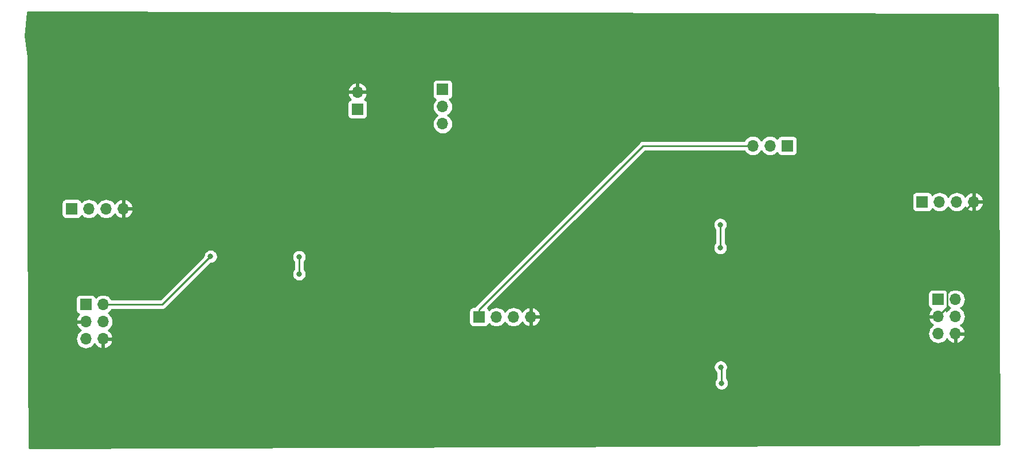
<source format=gbr>
G04 #@! TF.GenerationSoftware,KiCad,Pcbnew,(5.1.2-1)-1*
G04 #@! TF.CreationDate,2021-03-06T08:10:20-07:00*
G04 #@! TF.ProjectId,audio_quad_minimal,61756469-6f5f-4717-9561-645f6d696e69,rev?*
G04 #@! TF.SameCoordinates,Original*
G04 #@! TF.FileFunction,Copper,L2,Bot*
G04 #@! TF.FilePolarity,Positive*
%FSLAX46Y46*%
G04 Gerber Fmt 4.6, Leading zero omitted, Abs format (unit mm)*
G04 Created by KiCad (PCBNEW (5.1.2-1)-1) date 2021-03-06 08:10:20*
%MOMM*%
%LPD*%
G04 APERTURE LIST*
%ADD10O,1.700000X1.700000*%
%ADD11R,1.700000X1.700000*%
%ADD12C,0.800000*%
%ADD13C,0.250000*%
%ADD14C,0.254000*%
G04 APERTURE END LIST*
D10*
X148399500Y-66611500D03*
X150939500Y-66611500D03*
D11*
X153479500Y-66611500D03*
D10*
X102552500Y-63373000D03*
X102552500Y-60833000D03*
D11*
X102552500Y-58293000D03*
D10*
X178308000Y-94424500D03*
X175768000Y-94424500D03*
X178308000Y-91884500D03*
X175768000Y-91884500D03*
X178308000Y-89344500D03*
D11*
X175768000Y-89344500D03*
D10*
X52387500Y-95186500D03*
X49847500Y-95186500D03*
X52387500Y-92646500D03*
X49847500Y-92646500D03*
X52387500Y-90106500D03*
D11*
X49847500Y-90106500D03*
D10*
X115570000Y-91948000D03*
X113030000Y-91948000D03*
X110490000Y-91948000D03*
D11*
X107950000Y-91948000D03*
D10*
X181038500Y-74930000D03*
X178498500Y-74930000D03*
X175958500Y-74930000D03*
D11*
X173418500Y-74930000D03*
D10*
X55372000Y-75946000D03*
X52832000Y-75946000D03*
X50292000Y-75946000D03*
D11*
X47752000Y-75946000D03*
D10*
X89979500Y-58674000D03*
D11*
X89979500Y-61214000D03*
D12*
X81343500Y-83058000D03*
X81343500Y-85598000D03*
X143764000Y-101753500D03*
X143637000Y-99377500D03*
X143573500Y-81724500D03*
X143573500Y-78295500D03*
X68262500Y-82994500D03*
D13*
X176617999Y-91034501D02*
X175768000Y-91884500D01*
X177132999Y-90519501D02*
X176617999Y-91034501D01*
X177132999Y-78835501D02*
X177132999Y-90519501D01*
X181038500Y-74930000D02*
X177132999Y-78835501D01*
X81343500Y-83058000D02*
X81343500Y-85598000D01*
X143764000Y-99504500D02*
X143637000Y-99377500D01*
X143764000Y-101753500D02*
X143764000Y-99504500D01*
X143573500Y-81724500D02*
X143573500Y-78295500D01*
X107950000Y-90848000D02*
X107950000Y-91948000D01*
X132186500Y-66611500D02*
X107950000Y-90848000D01*
X148399500Y-66611500D02*
X132186500Y-66611500D01*
X61150500Y-90106500D02*
X52387500Y-90106500D01*
X68262500Y-82994500D02*
X61150500Y-90106500D01*
D14*
G36*
X184531503Y-47180166D02*
G01*
X184784496Y-110808007D01*
X41465082Y-111378495D01*
X41425358Y-99275561D01*
X142602000Y-99275561D01*
X142602000Y-99479439D01*
X142641774Y-99679398D01*
X142719795Y-99867756D01*
X142833063Y-100037274D01*
X142977226Y-100181437D01*
X143004001Y-100199327D01*
X143004000Y-101049789D01*
X142960063Y-101093726D01*
X142846795Y-101263244D01*
X142768774Y-101451602D01*
X142729000Y-101651561D01*
X142729000Y-101855439D01*
X142768774Y-102055398D01*
X142846795Y-102243756D01*
X142960063Y-102413274D01*
X143104226Y-102557437D01*
X143273744Y-102670705D01*
X143462102Y-102748726D01*
X143662061Y-102788500D01*
X143865939Y-102788500D01*
X144065898Y-102748726D01*
X144254256Y-102670705D01*
X144423774Y-102557437D01*
X144567937Y-102413274D01*
X144681205Y-102243756D01*
X144759226Y-102055398D01*
X144799000Y-101855439D01*
X144799000Y-101651561D01*
X144759226Y-101451602D01*
X144681205Y-101263244D01*
X144567937Y-101093726D01*
X144524000Y-101049789D01*
X144524000Y-99912961D01*
X144554205Y-99867756D01*
X144632226Y-99679398D01*
X144672000Y-99479439D01*
X144672000Y-99275561D01*
X144632226Y-99075602D01*
X144554205Y-98887244D01*
X144440937Y-98717726D01*
X144296774Y-98573563D01*
X144127256Y-98460295D01*
X143938898Y-98382274D01*
X143738939Y-98342500D01*
X143535061Y-98342500D01*
X143335102Y-98382274D01*
X143146744Y-98460295D01*
X142977226Y-98573563D01*
X142833063Y-98717726D01*
X142719795Y-98887244D01*
X142641774Y-99075602D01*
X142602000Y-99275561D01*
X41425358Y-99275561D01*
X41411936Y-95186500D01*
X48355315Y-95186500D01*
X48383987Y-95477611D01*
X48468901Y-95757534D01*
X48606794Y-96015514D01*
X48792366Y-96241634D01*
X49018486Y-96427206D01*
X49276466Y-96565099D01*
X49556389Y-96650013D01*
X49774550Y-96671500D01*
X49920450Y-96671500D01*
X50138611Y-96650013D01*
X50418534Y-96565099D01*
X50676514Y-96427206D01*
X50902634Y-96241634D01*
X51088206Y-96015514D01*
X51119084Y-95957744D01*
X51289912Y-96186769D01*
X51506145Y-96381678D01*
X51756248Y-96530657D01*
X52030609Y-96627981D01*
X52260500Y-96507314D01*
X52260500Y-95313500D01*
X52514500Y-95313500D01*
X52514500Y-96507314D01*
X52744391Y-96627981D01*
X53018752Y-96530657D01*
X53268855Y-96381678D01*
X53485088Y-96186769D01*
X53659141Y-95953420D01*
X53784325Y-95690599D01*
X53828976Y-95543390D01*
X53707655Y-95313500D01*
X52514500Y-95313500D01*
X52260500Y-95313500D01*
X52240500Y-95313500D01*
X52240500Y-95059500D01*
X52260500Y-95059500D01*
X52260500Y-95039500D01*
X52514500Y-95039500D01*
X52514500Y-95059500D01*
X53707655Y-95059500D01*
X53828976Y-94829610D01*
X53784325Y-94682401D01*
X53661485Y-94424500D01*
X174275815Y-94424500D01*
X174304487Y-94715611D01*
X174389401Y-94995534D01*
X174527294Y-95253514D01*
X174712866Y-95479634D01*
X174938986Y-95665206D01*
X175196966Y-95803099D01*
X175476889Y-95888013D01*
X175695050Y-95909500D01*
X175840950Y-95909500D01*
X176059111Y-95888013D01*
X176339034Y-95803099D01*
X176597014Y-95665206D01*
X176823134Y-95479634D01*
X177008706Y-95253514D01*
X177039584Y-95195744D01*
X177210412Y-95424769D01*
X177426645Y-95619678D01*
X177676748Y-95768657D01*
X177951109Y-95865981D01*
X178181000Y-95745314D01*
X178181000Y-94551500D01*
X178435000Y-94551500D01*
X178435000Y-95745314D01*
X178664891Y-95865981D01*
X178939252Y-95768657D01*
X179189355Y-95619678D01*
X179405588Y-95424769D01*
X179579641Y-95191420D01*
X179704825Y-94928599D01*
X179749476Y-94781390D01*
X179628155Y-94551500D01*
X178435000Y-94551500D01*
X178181000Y-94551500D01*
X178161000Y-94551500D01*
X178161000Y-94297500D01*
X178181000Y-94297500D01*
X178181000Y-94277500D01*
X178435000Y-94277500D01*
X178435000Y-94297500D01*
X179628155Y-94297500D01*
X179749476Y-94067610D01*
X179704825Y-93920401D01*
X179579641Y-93657580D01*
X179405588Y-93424231D01*
X179189355Y-93229322D01*
X179072477Y-93159701D01*
X179137014Y-93125206D01*
X179363134Y-92939634D01*
X179548706Y-92713514D01*
X179686599Y-92455534D01*
X179771513Y-92175611D01*
X179800185Y-91884500D01*
X179771513Y-91593389D01*
X179686599Y-91313466D01*
X179548706Y-91055486D01*
X179363134Y-90829366D01*
X179137014Y-90643794D01*
X179082209Y-90614500D01*
X179137014Y-90585206D01*
X179363134Y-90399634D01*
X179548706Y-90173514D01*
X179686599Y-89915534D01*
X179771513Y-89635611D01*
X179800185Y-89344500D01*
X179771513Y-89053389D01*
X179686599Y-88773466D01*
X179548706Y-88515486D01*
X179363134Y-88289366D01*
X179137014Y-88103794D01*
X178879034Y-87965901D01*
X178599111Y-87880987D01*
X178380950Y-87859500D01*
X178235050Y-87859500D01*
X178016889Y-87880987D01*
X177736966Y-87965901D01*
X177478986Y-88103794D01*
X177252866Y-88289366D01*
X177228393Y-88319187D01*
X177207502Y-88250320D01*
X177148537Y-88140006D01*
X177069185Y-88043315D01*
X176972494Y-87963963D01*
X176862180Y-87904998D01*
X176742482Y-87868688D01*
X176618000Y-87856428D01*
X174918000Y-87856428D01*
X174793518Y-87868688D01*
X174673820Y-87904998D01*
X174563506Y-87963963D01*
X174466815Y-88043315D01*
X174387463Y-88140006D01*
X174328498Y-88250320D01*
X174292188Y-88370018D01*
X174279928Y-88494500D01*
X174279928Y-90194500D01*
X174292188Y-90318982D01*
X174328498Y-90438680D01*
X174387463Y-90548994D01*
X174466815Y-90645685D01*
X174563506Y-90725037D01*
X174673820Y-90784002D01*
X174754466Y-90808466D01*
X174670412Y-90884231D01*
X174496359Y-91117580D01*
X174371175Y-91380401D01*
X174326524Y-91527610D01*
X174447845Y-91757500D01*
X175641000Y-91757500D01*
X175641000Y-91737500D01*
X175895000Y-91737500D01*
X175895000Y-91757500D01*
X175915000Y-91757500D01*
X175915000Y-92011500D01*
X175895000Y-92011500D01*
X175895000Y-92031500D01*
X175641000Y-92031500D01*
X175641000Y-92011500D01*
X174447845Y-92011500D01*
X174326524Y-92241390D01*
X174371175Y-92388599D01*
X174496359Y-92651420D01*
X174670412Y-92884769D01*
X174886645Y-93079678D01*
X175003523Y-93149299D01*
X174938986Y-93183794D01*
X174712866Y-93369366D01*
X174527294Y-93595486D01*
X174389401Y-93853466D01*
X174304487Y-94133389D01*
X174275815Y-94424500D01*
X53661485Y-94424500D01*
X53659141Y-94419580D01*
X53485088Y-94186231D01*
X53268855Y-93991322D01*
X53151977Y-93921701D01*
X53216514Y-93887206D01*
X53442634Y-93701634D01*
X53628206Y-93475514D01*
X53766099Y-93217534D01*
X53851013Y-92937611D01*
X53879685Y-92646500D01*
X53851013Y-92355389D01*
X53766099Y-92075466D01*
X53628206Y-91817486D01*
X53442634Y-91591366D01*
X53216514Y-91405794D01*
X53161709Y-91376500D01*
X53216514Y-91347206D01*
X53442634Y-91161634D01*
X53494857Y-91098000D01*
X106461928Y-91098000D01*
X106461928Y-92798000D01*
X106474188Y-92922482D01*
X106510498Y-93042180D01*
X106569463Y-93152494D01*
X106648815Y-93249185D01*
X106745506Y-93328537D01*
X106855820Y-93387502D01*
X106975518Y-93423812D01*
X107100000Y-93436072D01*
X108800000Y-93436072D01*
X108924482Y-93423812D01*
X109044180Y-93387502D01*
X109154494Y-93328537D01*
X109251185Y-93249185D01*
X109330537Y-93152494D01*
X109389502Y-93042180D01*
X109410393Y-92973313D01*
X109434866Y-93003134D01*
X109660986Y-93188706D01*
X109918966Y-93326599D01*
X110198889Y-93411513D01*
X110417050Y-93433000D01*
X110562950Y-93433000D01*
X110781111Y-93411513D01*
X111061034Y-93326599D01*
X111319014Y-93188706D01*
X111545134Y-93003134D01*
X111730706Y-92777014D01*
X111760000Y-92722209D01*
X111789294Y-92777014D01*
X111974866Y-93003134D01*
X112200986Y-93188706D01*
X112458966Y-93326599D01*
X112738889Y-93411513D01*
X112957050Y-93433000D01*
X113102950Y-93433000D01*
X113321111Y-93411513D01*
X113601034Y-93326599D01*
X113859014Y-93188706D01*
X114085134Y-93003134D01*
X114270706Y-92777014D01*
X114305201Y-92712477D01*
X114374822Y-92829355D01*
X114569731Y-93045588D01*
X114803080Y-93219641D01*
X115065901Y-93344825D01*
X115213110Y-93389476D01*
X115443000Y-93268155D01*
X115443000Y-92075000D01*
X115697000Y-92075000D01*
X115697000Y-93268155D01*
X115926890Y-93389476D01*
X116074099Y-93344825D01*
X116336920Y-93219641D01*
X116570269Y-93045588D01*
X116765178Y-92829355D01*
X116914157Y-92579252D01*
X117011481Y-92304891D01*
X116890814Y-92075000D01*
X115697000Y-92075000D01*
X115443000Y-92075000D01*
X115423000Y-92075000D01*
X115423000Y-91821000D01*
X115443000Y-91821000D01*
X115443000Y-90627845D01*
X115697000Y-90627845D01*
X115697000Y-91821000D01*
X116890814Y-91821000D01*
X117011481Y-91591109D01*
X116914157Y-91316748D01*
X116765178Y-91066645D01*
X116570269Y-90850412D01*
X116336920Y-90676359D01*
X116074099Y-90551175D01*
X115926890Y-90506524D01*
X115697000Y-90627845D01*
X115443000Y-90627845D01*
X115213110Y-90506524D01*
X115065901Y-90551175D01*
X114803080Y-90676359D01*
X114569731Y-90850412D01*
X114374822Y-91066645D01*
X114305201Y-91183523D01*
X114270706Y-91118986D01*
X114085134Y-90892866D01*
X113859014Y-90707294D01*
X113601034Y-90569401D01*
X113321111Y-90484487D01*
X113102950Y-90463000D01*
X112957050Y-90463000D01*
X112738889Y-90484487D01*
X112458966Y-90569401D01*
X112200986Y-90707294D01*
X111974866Y-90892866D01*
X111789294Y-91118986D01*
X111760000Y-91173791D01*
X111730706Y-91118986D01*
X111545134Y-90892866D01*
X111319014Y-90707294D01*
X111061034Y-90569401D01*
X110781111Y-90484487D01*
X110562950Y-90463000D01*
X110417050Y-90463000D01*
X110198889Y-90484487D01*
X109918966Y-90569401D01*
X109660986Y-90707294D01*
X109434866Y-90892866D01*
X109410393Y-90922687D01*
X109389502Y-90853820D01*
X109330537Y-90743506D01*
X109251185Y-90646815D01*
X109237345Y-90635456D01*
X121679240Y-78193561D01*
X142538500Y-78193561D01*
X142538500Y-78397439D01*
X142578274Y-78597398D01*
X142656295Y-78785756D01*
X142769563Y-78955274D01*
X142813501Y-78999212D01*
X142813500Y-81020789D01*
X142769563Y-81064726D01*
X142656295Y-81234244D01*
X142578274Y-81422602D01*
X142538500Y-81622561D01*
X142538500Y-81826439D01*
X142578274Y-82026398D01*
X142656295Y-82214756D01*
X142769563Y-82384274D01*
X142913726Y-82528437D01*
X143083244Y-82641705D01*
X143271602Y-82719726D01*
X143471561Y-82759500D01*
X143675439Y-82759500D01*
X143875398Y-82719726D01*
X144063756Y-82641705D01*
X144233274Y-82528437D01*
X144377437Y-82384274D01*
X144490705Y-82214756D01*
X144568726Y-82026398D01*
X144608500Y-81826439D01*
X144608500Y-81622561D01*
X144568726Y-81422602D01*
X144490705Y-81234244D01*
X144377437Y-81064726D01*
X144333500Y-81020789D01*
X144333500Y-78999211D01*
X144377437Y-78955274D01*
X144490705Y-78785756D01*
X144568726Y-78597398D01*
X144608500Y-78397439D01*
X144608500Y-78193561D01*
X144568726Y-77993602D01*
X144490705Y-77805244D01*
X144377437Y-77635726D01*
X144233274Y-77491563D01*
X144063756Y-77378295D01*
X143875398Y-77300274D01*
X143675439Y-77260500D01*
X143471561Y-77260500D01*
X143271602Y-77300274D01*
X143083244Y-77378295D01*
X142913726Y-77491563D01*
X142769563Y-77635726D01*
X142656295Y-77805244D01*
X142578274Y-77993602D01*
X142538500Y-78193561D01*
X121679240Y-78193561D01*
X125792801Y-74080000D01*
X171930428Y-74080000D01*
X171930428Y-75780000D01*
X171942688Y-75904482D01*
X171978998Y-76024180D01*
X172037963Y-76134494D01*
X172117315Y-76231185D01*
X172214006Y-76310537D01*
X172324320Y-76369502D01*
X172444018Y-76405812D01*
X172568500Y-76418072D01*
X174268500Y-76418072D01*
X174392982Y-76405812D01*
X174512680Y-76369502D01*
X174622994Y-76310537D01*
X174719685Y-76231185D01*
X174799037Y-76134494D01*
X174858002Y-76024180D01*
X174878893Y-75955313D01*
X174903366Y-75985134D01*
X175129486Y-76170706D01*
X175387466Y-76308599D01*
X175667389Y-76393513D01*
X175885550Y-76415000D01*
X176031450Y-76415000D01*
X176249611Y-76393513D01*
X176529534Y-76308599D01*
X176787514Y-76170706D01*
X177013634Y-75985134D01*
X177199206Y-75759014D01*
X177228500Y-75704209D01*
X177257794Y-75759014D01*
X177443366Y-75985134D01*
X177669486Y-76170706D01*
X177927466Y-76308599D01*
X178207389Y-76393513D01*
X178425550Y-76415000D01*
X178571450Y-76415000D01*
X178789611Y-76393513D01*
X179069534Y-76308599D01*
X179327514Y-76170706D01*
X179553634Y-75985134D01*
X179739206Y-75759014D01*
X179773701Y-75694477D01*
X179843322Y-75811355D01*
X180038231Y-76027588D01*
X180271580Y-76201641D01*
X180534401Y-76326825D01*
X180681610Y-76371476D01*
X180911500Y-76250155D01*
X180911500Y-75057000D01*
X181165500Y-75057000D01*
X181165500Y-76250155D01*
X181395390Y-76371476D01*
X181542599Y-76326825D01*
X181805420Y-76201641D01*
X182038769Y-76027588D01*
X182233678Y-75811355D01*
X182382657Y-75561252D01*
X182479981Y-75286891D01*
X182359314Y-75057000D01*
X181165500Y-75057000D01*
X180911500Y-75057000D01*
X180891500Y-75057000D01*
X180891500Y-74803000D01*
X180911500Y-74803000D01*
X180911500Y-73609845D01*
X181165500Y-73609845D01*
X181165500Y-74803000D01*
X182359314Y-74803000D01*
X182479981Y-74573109D01*
X182382657Y-74298748D01*
X182233678Y-74048645D01*
X182038769Y-73832412D01*
X181805420Y-73658359D01*
X181542599Y-73533175D01*
X181395390Y-73488524D01*
X181165500Y-73609845D01*
X180911500Y-73609845D01*
X180681610Y-73488524D01*
X180534401Y-73533175D01*
X180271580Y-73658359D01*
X180038231Y-73832412D01*
X179843322Y-74048645D01*
X179773701Y-74165523D01*
X179739206Y-74100986D01*
X179553634Y-73874866D01*
X179327514Y-73689294D01*
X179069534Y-73551401D01*
X178789611Y-73466487D01*
X178571450Y-73445000D01*
X178425550Y-73445000D01*
X178207389Y-73466487D01*
X177927466Y-73551401D01*
X177669486Y-73689294D01*
X177443366Y-73874866D01*
X177257794Y-74100986D01*
X177228500Y-74155791D01*
X177199206Y-74100986D01*
X177013634Y-73874866D01*
X176787514Y-73689294D01*
X176529534Y-73551401D01*
X176249611Y-73466487D01*
X176031450Y-73445000D01*
X175885550Y-73445000D01*
X175667389Y-73466487D01*
X175387466Y-73551401D01*
X175129486Y-73689294D01*
X174903366Y-73874866D01*
X174878893Y-73904687D01*
X174858002Y-73835820D01*
X174799037Y-73725506D01*
X174719685Y-73628815D01*
X174622994Y-73549463D01*
X174512680Y-73490498D01*
X174392982Y-73454188D01*
X174268500Y-73441928D01*
X172568500Y-73441928D01*
X172444018Y-73454188D01*
X172324320Y-73490498D01*
X172214006Y-73549463D01*
X172117315Y-73628815D01*
X172037963Y-73725506D01*
X171978998Y-73835820D01*
X171942688Y-73955518D01*
X171930428Y-74080000D01*
X125792801Y-74080000D01*
X132501302Y-67371500D01*
X147121905Y-67371500D01*
X147158794Y-67440514D01*
X147344366Y-67666634D01*
X147570486Y-67852206D01*
X147828466Y-67990099D01*
X148108389Y-68075013D01*
X148326550Y-68096500D01*
X148472450Y-68096500D01*
X148690611Y-68075013D01*
X148970534Y-67990099D01*
X149228514Y-67852206D01*
X149454634Y-67666634D01*
X149640206Y-67440514D01*
X149669500Y-67385709D01*
X149698794Y-67440514D01*
X149884366Y-67666634D01*
X150110486Y-67852206D01*
X150368466Y-67990099D01*
X150648389Y-68075013D01*
X150866550Y-68096500D01*
X151012450Y-68096500D01*
X151230611Y-68075013D01*
X151510534Y-67990099D01*
X151768514Y-67852206D01*
X151994634Y-67666634D01*
X152019107Y-67636813D01*
X152039998Y-67705680D01*
X152098963Y-67815994D01*
X152178315Y-67912685D01*
X152275006Y-67992037D01*
X152385320Y-68051002D01*
X152505018Y-68087312D01*
X152629500Y-68099572D01*
X154329500Y-68099572D01*
X154453982Y-68087312D01*
X154573680Y-68051002D01*
X154683994Y-67992037D01*
X154780685Y-67912685D01*
X154860037Y-67815994D01*
X154919002Y-67705680D01*
X154955312Y-67585982D01*
X154967572Y-67461500D01*
X154967572Y-65761500D01*
X154955312Y-65637018D01*
X154919002Y-65517320D01*
X154860037Y-65407006D01*
X154780685Y-65310315D01*
X154683994Y-65230963D01*
X154573680Y-65171998D01*
X154453982Y-65135688D01*
X154329500Y-65123428D01*
X152629500Y-65123428D01*
X152505018Y-65135688D01*
X152385320Y-65171998D01*
X152275006Y-65230963D01*
X152178315Y-65310315D01*
X152098963Y-65407006D01*
X152039998Y-65517320D01*
X152019107Y-65586187D01*
X151994634Y-65556366D01*
X151768514Y-65370794D01*
X151510534Y-65232901D01*
X151230611Y-65147987D01*
X151012450Y-65126500D01*
X150866550Y-65126500D01*
X150648389Y-65147987D01*
X150368466Y-65232901D01*
X150110486Y-65370794D01*
X149884366Y-65556366D01*
X149698794Y-65782486D01*
X149669500Y-65837291D01*
X149640206Y-65782486D01*
X149454634Y-65556366D01*
X149228514Y-65370794D01*
X148970534Y-65232901D01*
X148690611Y-65147987D01*
X148472450Y-65126500D01*
X148326550Y-65126500D01*
X148108389Y-65147987D01*
X147828466Y-65232901D01*
X147570486Y-65370794D01*
X147344366Y-65556366D01*
X147158794Y-65782486D01*
X147121905Y-65851500D01*
X132223822Y-65851500D01*
X132186499Y-65847824D01*
X132149177Y-65851500D01*
X132149167Y-65851500D01*
X132037514Y-65862497D01*
X131894253Y-65905954D01*
X131762223Y-65976526D01*
X131684313Y-66040466D01*
X131646499Y-66071499D01*
X131622701Y-66100497D01*
X107439003Y-90284196D01*
X107409999Y-90307999D01*
X107354871Y-90375174D01*
X107315026Y-90423724D01*
X107295674Y-90459928D01*
X107100000Y-90459928D01*
X106975518Y-90472188D01*
X106855820Y-90508498D01*
X106745506Y-90567463D01*
X106648815Y-90646815D01*
X106569463Y-90743506D01*
X106510498Y-90853820D01*
X106474188Y-90973518D01*
X106461928Y-91098000D01*
X53494857Y-91098000D01*
X53628206Y-90935514D01*
X53665095Y-90866500D01*
X61113178Y-90866500D01*
X61150500Y-90870176D01*
X61187822Y-90866500D01*
X61187833Y-90866500D01*
X61299486Y-90855503D01*
X61442747Y-90812046D01*
X61574776Y-90741474D01*
X61690501Y-90646501D01*
X61714304Y-90617497D01*
X68302302Y-84029500D01*
X68364439Y-84029500D01*
X68564398Y-83989726D01*
X68752756Y-83911705D01*
X68922274Y-83798437D01*
X69066437Y-83654274D01*
X69179705Y-83484756D01*
X69257726Y-83296398D01*
X69297500Y-83096439D01*
X69297500Y-82956061D01*
X80308500Y-82956061D01*
X80308500Y-83159939D01*
X80348274Y-83359898D01*
X80426295Y-83548256D01*
X80539563Y-83717774D01*
X80583500Y-83761711D01*
X80583501Y-84894288D01*
X80539563Y-84938226D01*
X80426295Y-85107744D01*
X80348274Y-85296102D01*
X80308500Y-85496061D01*
X80308500Y-85699939D01*
X80348274Y-85899898D01*
X80426295Y-86088256D01*
X80539563Y-86257774D01*
X80683726Y-86401937D01*
X80853244Y-86515205D01*
X81041602Y-86593226D01*
X81241561Y-86633000D01*
X81445439Y-86633000D01*
X81645398Y-86593226D01*
X81833756Y-86515205D01*
X82003274Y-86401937D01*
X82147437Y-86257774D01*
X82260705Y-86088256D01*
X82338726Y-85899898D01*
X82378500Y-85699939D01*
X82378500Y-85496061D01*
X82338726Y-85296102D01*
X82260705Y-85107744D01*
X82147437Y-84938226D01*
X82103500Y-84894289D01*
X82103500Y-83761711D01*
X82147437Y-83717774D01*
X82260705Y-83548256D01*
X82338726Y-83359898D01*
X82378500Y-83159939D01*
X82378500Y-82956061D01*
X82338726Y-82756102D01*
X82260705Y-82567744D01*
X82147437Y-82398226D01*
X82003274Y-82254063D01*
X81833756Y-82140795D01*
X81645398Y-82062774D01*
X81445439Y-82023000D01*
X81241561Y-82023000D01*
X81041602Y-82062774D01*
X80853244Y-82140795D01*
X80683726Y-82254063D01*
X80539563Y-82398226D01*
X80426295Y-82567744D01*
X80348274Y-82756102D01*
X80308500Y-82956061D01*
X69297500Y-82956061D01*
X69297500Y-82892561D01*
X69257726Y-82692602D01*
X69179705Y-82504244D01*
X69066437Y-82334726D01*
X68922274Y-82190563D01*
X68752756Y-82077295D01*
X68564398Y-81999274D01*
X68364439Y-81959500D01*
X68160561Y-81959500D01*
X67960602Y-81999274D01*
X67772244Y-82077295D01*
X67602726Y-82190563D01*
X67458563Y-82334726D01*
X67345295Y-82504244D01*
X67267274Y-82692602D01*
X67227500Y-82892561D01*
X67227500Y-82954698D01*
X60835699Y-89346500D01*
X53665095Y-89346500D01*
X53628206Y-89277486D01*
X53442634Y-89051366D01*
X53216514Y-88865794D01*
X52958534Y-88727901D01*
X52678611Y-88642987D01*
X52460450Y-88621500D01*
X52314550Y-88621500D01*
X52096389Y-88642987D01*
X51816466Y-88727901D01*
X51558486Y-88865794D01*
X51332366Y-89051366D01*
X51307893Y-89081187D01*
X51287002Y-89012320D01*
X51228037Y-88902006D01*
X51148685Y-88805315D01*
X51051994Y-88725963D01*
X50941680Y-88666998D01*
X50821982Y-88630688D01*
X50697500Y-88618428D01*
X48997500Y-88618428D01*
X48873018Y-88630688D01*
X48753320Y-88666998D01*
X48643006Y-88725963D01*
X48546315Y-88805315D01*
X48466963Y-88902006D01*
X48407998Y-89012320D01*
X48371688Y-89132018D01*
X48359428Y-89256500D01*
X48359428Y-90956500D01*
X48371688Y-91080982D01*
X48407998Y-91200680D01*
X48466963Y-91310994D01*
X48546315Y-91407685D01*
X48643006Y-91487037D01*
X48753320Y-91546002D01*
X48833966Y-91570466D01*
X48749912Y-91646231D01*
X48575859Y-91879580D01*
X48450675Y-92142401D01*
X48406024Y-92289610D01*
X48527345Y-92519500D01*
X49720500Y-92519500D01*
X49720500Y-92499500D01*
X49974500Y-92499500D01*
X49974500Y-92519500D01*
X49994500Y-92519500D01*
X49994500Y-92773500D01*
X49974500Y-92773500D01*
X49974500Y-92793500D01*
X49720500Y-92793500D01*
X49720500Y-92773500D01*
X48527345Y-92773500D01*
X48406024Y-93003390D01*
X48450675Y-93150599D01*
X48575859Y-93413420D01*
X48749912Y-93646769D01*
X48966145Y-93841678D01*
X49083023Y-93911299D01*
X49018486Y-93945794D01*
X48792366Y-94131366D01*
X48606794Y-94357486D01*
X48468901Y-94615466D01*
X48383987Y-94895389D01*
X48355315Y-95186500D01*
X41411936Y-95186500D01*
X41345993Y-75096000D01*
X46263928Y-75096000D01*
X46263928Y-76796000D01*
X46276188Y-76920482D01*
X46312498Y-77040180D01*
X46371463Y-77150494D01*
X46450815Y-77247185D01*
X46547506Y-77326537D01*
X46657820Y-77385502D01*
X46777518Y-77421812D01*
X46902000Y-77434072D01*
X48602000Y-77434072D01*
X48726482Y-77421812D01*
X48846180Y-77385502D01*
X48956494Y-77326537D01*
X49053185Y-77247185D01*
X49132537Y-77150494D01*
X49191502Y-77040180D01*
X49212393Y-76971313D01*
X49236866Y-77001134D01*
X49462986Y-77186706D01*
X49720966Y-77324599D01*
X50000889Y-77409513D01*
X50219050Y-77431000D01*
X50364950Y-77431000D01*
X50583111Y-77409513D01*
X50863034Y-77324599D01*
X51121014Y-77186706D01*
X51347134Y-77001134D01*
X51532706Y-76775014D01*
X51562000Y-76720209D01*
X51591294Y-76775014D01*
X51776866Y-77001134D01*
X52002986Y-77186706D01*
X52260966Y-77324599D01*
X52540889Y-77409513D01*
X52759050Y-77431000D01*
X52904950Y-77431000D01*
X53123111Y-77409513D01*
X53403034Y-77324599D01*
X53661014Y-77186706D01*
X53887134Y-77001134D01*
X54072706Y-76775014D01*
X54107201Y-76710477D01*
X54176822Y-76827355D01*
X54371731Y-77043588D01*
X54605080Y-77217641D01*
X54867901Y-77342825D01*
X55015110Y-77387476D01*
X55245000Y-77266155D01*
X55245000Y-76073000D01*
X55499000Y-76073000D01*
X55499000Y-77266155D01*
X55728890Y-77387476D01*
X55876099Y-77342825D01*
X56138920Y-77217641D01*
X56372269Y-77043588D01*
X56567178Y-76827355D01*
X56716157Y-76577252D01*
X56813481Y-76302891D01*
X56692814Y-76073000D01*
X55499000Y-76073000D01*
X55245000Y-76073000D01*
X55225000Y-76073000D01*
X55225000Y-75819000D01*
X55245000Y-75819000D01*
X55245000Y-74625845D01*
X55499000Y-74625845D01*
X55499000Y-75819000D01*
X56692814Y-75819000D01*
X56813481Y-75589109D01*
X56716157Y-75314748D01*
X56567178Y-75064645D01*
X56372269Y-74848412D01*
X56138920Y-74674359D01*
X55876099Y-74549175D01*
X55728890Y-74504524D01*
X55499000Y-74625845D01*
X55245000Y-74625845D01*
X55015110Y-74504524D01*
X54867901Y-74549175D01*
X54605080Y-74674359D01*
X54371731Y-74848412D01*
X54176822Y-75064645D01*
X54107201Y-75181523D01*
X54072706Y-75116986D01*
X53887134Y-74890866D01*
X53661014Y-74705294D01*
X53403034Y-74567401D01*
X53123111Y-74482487D01*
X52904950Y-74461000D01*
X52759050Y-74461000D01*
X52540889Y-74482487D01*
X52260966Y-74567401D01*
X52002986Y-74705294D01*
X51776866Y-74890866D01*
X51591294Y-75116986D01*
X51562000Y-75171791D01*
X51532706Y-75116986D01*
X51347134Y-74890866D01*
X51121014Y-74705294D01*
X50863034Y-74567401D01*
X50583111Y-74482487D01*
X50364950Y-74461000D01*
X50219050Y-74461000D01*
X50000889Y-74482487D01*
X49720966Y-74567401D01*
X49462986Y-74705294D01*
X49236866Y-74890866D01*
X49212393Y-74920687D01*
X49191502Y-74851820D01*
X49132537Y-74741506D01*
X49053185Y-74644815D01*
X48956494Y-74565463D01*
X48846180Y-74506498D01*
X48726482Y-74470188D01*
X48602000Y-74457928D01*
X46902000Y-74457928D01*
X46777518Y-74470188D01*
X46657820Y-74506498D01*
X46547506Y-74565463D01*
X46450815Y-74644815D01*
X46371463Y-74741506D01*
X46312498Y-74851820D01*
X46276188Y-74971518D01*
X46263928Y-75096000D01*
X41345993Y-75096000D01*
X41297639Y-60364000D01*
X88491428Y-60364000D01*
X88491428Y-62064000D01*
X88503688Y-62188482D01*
X88539998Y-62308180D01*
X88598963Y-62418494D01*
X88678315Y-62515185D01*
X88775006Y-62594537D01*
X88885320Y-62653502D01*
X89005018Y-62689812D01*
X89129500Y-62702072D01*
X90829500Y-62702072D01*
X90953982Y-62689812D01*
X91073680Y-62653502D01*
X91183994Y-62594537D01*
X91280685Y-62515185D01*
X91360037Y-62418494D01*
X91419002Y-62308180D01*
X91455312Y-62188482D01*
X91467572Y-62064000D01*
X91467572Y-60833000D01*
X101060315Y-60833000D01*
X101088987Y-61124111D01*
X101173901Y-61404034D01*
X101311794Y-61662014D01*
X101497366Y-61888134D01*
X101723486Y-62073706D01*
X101778291Y-62103000D01*
X101723486Y-62132294D01*
X101497366Y-62317866D01*
X101311794Y-62543986D01*
X101173901Y-62801966D01*
X101088987Y-63081889D01*
X101060315Y-63373000D01*
X101088987Y-63664111D01*
X101173901Y-63944034D01*
X101311794Y-64202014D01*
X101497366Y-64428134D01*
X101723486Y-64613706D01*
X101981466Y-64751599D01*
X102261389Y-64836513D01*
X102479550Y-64858000D01*
X102625450Y-64858000D01*
X102843611Y-64836513D01*
X103123534Y-64751599D01*
X103381514Y-64613706D01*
X103607634Y-64428134D01*
X103793206Y-64202014D01*
X103931099Y-63944034D01*
X104016013Y-63664111D01*
X104044685Y-63373000D01*
X104016013Y-63081889D01*
X103931099Y-62801966D01*
X103793206Y-62543986D01*
X103607634Y-62317866D01*
X103381514Y-62132294D01*
X103326709Y-62103000D01*
X103381514Y-62073706D01*
X103607634Y-61888134D01*
X103793206Y-61662014D01*
X103931099Y-61404034D01*
X104016013Y-61124111D01*
X104044685Y-60833000D01*
X104016013Y-60541889D01*
X103931099Y-60261966D01*
X103793206Y-60003986D01*
X103607634Y-59777866D01*
X103577813Y-59753393D01*
X103646680Y-59732502D01*
X103756994Y-59673537D01*
X103853685Y-59594185D01*
X103933037Y-59497494D01*
X103992002Y-59387180D01*
X104028312Y-59267482D01*
X104040572Y-59143000D01*
X104040572Y-57443000D01*
X104028312Y-57318518D01*
X103992002Y-57198820D01*
X103933037Y-57088506D01*
X103853685Y-56991815D01*
X103756994Y-56912463D01*
X103646680Y-56853498D01*
X103526982Y-56817188D01*
X103402500Y-56804928D01*
X101702500Y-56804928D01*
X101578018Y-56817188D01*
X101458320Y-56853498D01*
X101348006Y-56912463D01*
X101251315Y-56991815D01*
X101171963Y-57088506D01*
X101112998Y-57198820D01*
X101076688Y-57318518D01*
X101064428Y-57443000D01*
X101064428Y-59143000D01*
X101076688Y-59267482D01*
X101112998Y-59387180D01*
X101171963Y-59497494D01*
X101251315Y-59594185D01*
X101348006Y-59673537D01*
X101458320Y-59732502D01*
X101527187Y-59753393D01*
X101497366Y-59777866D01*
X101311794Y-60003986D01*
X101173901Y-60261966D01*
X101088987Y-60541889D01*
X101060315Y-60833000D01*
X91467572Y-60833000D01*
X91467572Y-60364000D01*
X91455312Y-60239518D01*
X91419002Y-60119820D01*
X91360037Y-60009506D01*
X91280685Y-59912815D01*
X91183994Y-59833463D01*
X91073680Y-59774498D01*
X90993034Y-59750034D01*
X91077088Y-59674269D01*
X91251141Y-59440920D01*
X91376325Y-59178099D01*
X91420976Y-59030890D01*
X91299655Y-58801000D01*
X90106500Y-58801000D01*
X90106500Y-58821000D01*
X89852500Y-58821000D01*
X89852500Y-58801000D01*
X88659345Y-58801000D01*
X88538024Y-59030890D01*
X88582675Y-59178099D01*
X88707859Y-59440920D01*
X88881912Y-59674269D01*
X88965966Y-59750034D01*
X88885320Y-59774498D01*
X88775006Y-59833463D01*
X88678315Y-59912815D01*
X88598963Y-60009506D01*
X88539998Y-60119820D01*
X88503688Y-60239518D01*
X88491428Y-60364000D01*
X41297639Y-60364000D01*
X41290921Y-58317110D01*
X88538024Y-58317110D01*
X88659345Y-58547000D01*
X89852500Y-58547000D01*
X89852500Y-57353186D01*
X90106500Y-57353186D01*
X90106500Y-58547000D01*
X91299655Y-58547000D01*
X91420976Y-58317110D01*
X91376325Y-58169901D01*
X91251141Y-57907080D01*
X91077088Y-57673731D01*
X90860855Y-57478822D01*
X90610752Y-57329843D01*
X90336391Y-57232519D01*
X90106500Y-57353186D01*
X89852500Y-57353186D01*
X89622609Y-57232519D01*
X89348248Y-57329843D01*
X89098145Y-57478822D01*
X88881912Y-57673731D01*
X88707859Y-57907080D01*
X88582675Y-58169901D01*
X88538024Y-58317110D01*
X41290921Y-58317110D01*
X41274999Y-53466583D01*
X41274058Y-53451564D01*
X40894802Y-50354304D01*
X41262404Y-46800813D01*
X184531503Y-47180166D01*
X184531503Y-47180166D01*
G37*
X184531503Y-47180166D02*
X184784496Y-110808007D01*
X41465082Y-111378495D01*
X41425358Y-99275561D01*
X142602000Y-99275561D01*
X142602000Y-99479439D01*
X142641774Y-99679398D01*
X142719795Y-99867756D01*
X142833063Y-100037274D01*
X142977226Y-100181437D01*
X143004001Y-100199327D01*
X143004000Y-101049789D01*
X142960063Y-101093726D01*
X142846795Y-101263244D01*
X142768774Y-101451602D01*
X142729000Y-101651561D01*
X142729000Y-101855439D01*
X142768774Y-102055398D01*
X142846795Y-102243756D01*
X142960063Y-102413274D01*
X143104226Y-102557437D01*
X143273744Y-102670705D01*
X143462102Y-102748726D01*
X143662061Y-102788500D01*
X143865939Y-102788500D01*
X144065898Y-102748726D01*
X144254256Y-102670705D01*
X144423774Y-102557437D01*
X144567937Y-102413274D01*
X144681205Y-102243756D01*
X144759226Y-102055398D01*
X144799000Y-101855439D01*
X144799000Y-101651561D01*
X144759226Y-101451602D01*
X144681205Y-101263244D01*
X144567937Y-101093726D01*
X144524000Y-101049789D01*
X144524000Y-99912961D01*
X144554205Y-99867756D01*
X144632226Y-99679398D01*
X144672000Y-99479439D01*
X144672000Y-99275561D01*
X144632226Y-99075602D01*
X144554205Y-98887244D01*
X144440937Y-98717726D01*
X144296774Y-98573563D01*
X144127256Y-98460295D01*
X143938898Y-98382274D01*
X143738939Y-98342500D01*
X143535061Y-98342500D01*
X143335102Y-98382274D01*
X143146744Y-98460295D01*
X142977226Y-98573563D01*
X142833063Y-98717726D01*
X142719795Y-98887244D01*
X142641774Y-99075602D01*
X142602000Y-99275561D01*
X41425358Y-99275561D01*
X41411936Y-95186500D01*
X48355315Y-95186500D01*
X48383987Y-95477611D01*
X48468901Y-95757534D01*
X48606794Y-96015514D01*
X48792366Y-96241634D01*
X49018486Y-96427206D01*
X49276466Y-96565099D01*
X49556389Y-96650013D01*
X49774550Y-96671500D01*
X49920450Y-96671500D01*
X50138611Y-96650013D01*
X50418534Y-96565099D01*
X50676514Y-96427206D01*
X50902634Y-96241634D01*
X51088206Y-96015514D01*
X51119084Y-95957744D01*
X51289912Y-96186769D01*
X51506145Y-96381678D01*
X51756248Y-96530657D01*
X52030609Y-96627981D01*
X52260500Y-96507314D01*
X52260500Y-95313500D01*
X52514500Y-95313500D01*
X52514500Y-96507314D01*
X52744391Y-96627981D01*
X53018752Y-96530657D01*
X53268855Y-96381678D01*
X53485088Y-96186769D01*
X53659141Y-95953420D01*
X53784325Y-95690599D01*
X53828976Y-95543390D01*
X53707655Y-95313500D01*
X52514500Y-95313500D01*
X52260500Y-95313500D01*
X52240500Y-95313500D01*
X52240500Y-95059500D01*
X52260500Y-95059500D01*
X52260500Y-95039500D01*
X52514500Y-95039500D01*
X52514500Y-95059500D01*
X53707655Y-95059500D01*
X53828976Y-94829610D01*
X53784325Y-94682401D01*
X53661485Y-94424500D01*
X174275815Y-94424500D01*
X174304487Y-94715611D01*
X174389401Y-94995534D01*
X174527294Y-95253514D01*
X174712866Y-95479634D01*
X174938986Y-95665206D01*
X175196966Y-95803099D01*
X175476889Y-95888013D01*
X175695050Y-95909500D01*
X175840950Y-95909500D01*
X176059111Y-95888013D01*
X176339034Y-95803099D01*
X176597014Y-95665206D01*
X176823134Y-95479634D01*
X177008706Y-95253514D01*
X177039584Y-95195744D01*
X177210412Y-95424769D01*
X177426645Y-95619678D01*
X177676748Y-95768657D01*
X177951109Y-95865981D01*
X178181000Y-95745314D01*
X178181000Y-94551500D01*
X178435000Y-94551500D01*
X178435000Y-95745314D01*
X178664891Y-95865981D01*
X178939252Y-95768657D01*
X179189355Y-95619678D01*
X179405588Y-95424769D01*
X179579641Y-95191420D01*
X179704825Y-94928599D01*
X179749476Y-94781390D01*
X179628155Y-94551500D01*
X178435000Y-94551500D01*
X178181000Y-94551500D01*
X178161000Y-94551500D01*
X178161000Y-94297500D01*
X178181000Y-94297500D01*
X178181000Y-94277500D01*
X178435000Y-94277500D01*
X178435000Y-94297500D01*
X179628155Y-94297500D01*
X179749476Y-94067610D01*
X179704825Y-93920401D01*
X179579641Y-93657580D01*
X179405588Y-93424231D01*
X179189355Y-93229322D01*
X179072477Y-93159701D01*
X179137014Y-93125206D01*
X179363134Y-92939634D01*
X179548706Y-92713514D01*
X179686599Y-92455534D01*
X179771513Y-92175611D01*
X179800185Y-91884500D01*
X179771513Y-91593389D01*
X179686599Y-91313466D01*
X179548706Y-91055486D01*
X179363134Y-90829366D01*
X179137014Y-90643794D01*
X179082209Y-90614500D01*
X179137014Y-90585206D01*
X179363134Y-90399634D01*
X179548706Y-90173514D01*
X179686599Y-89915534D01*
X179771513Y-89635611D01*
X179800185Y-89344500D01*
X179771513Y-89053389D01*
X179686599Y-88773466D01*
X179548706Y-88515486D01*
X179363134Y-88289366D01*
X179137014Y-88103794D01*
X178879034Y-87965901D01*
X178599111Y-87880987D01*
X178380950Y-87859500D01*
X178235050Y-87859500D01*
X178016889Y-87880987D01*
X177736966Y-87965901D01*
X177478986Y-88103794D01*
X177252866Y-88289366D01*
X177228393Y-88319187D01*
X177207502Y-88250320D01*
X177148537Y-88140006D01*
X177069185Y-88043315D01*
X176972494Y-87963963D01*
X176862180Y-87904998D01*
X176742482Y-87868688D01*
X176618000Y-87856428D01*
X174918000Y-87856428D01*
X174793518Y-87868688D01*
X174673820Y-87904998D01*
X174563506Y-87963963D01*
X174466815Y-88043315D01*
X174387463Y-88140006D01*
X174328498Y-88250320D01*
X174292188Y-88370018D01*
X174279928Y-88494500D01*
X174279928Y-90194500D01*
X174292188Y-90318982D01*
X174328498Y-90438680D01*
X174387463Y-90548994D01*
X174466815Y-90645685D01*
X174563506Y-90725037D01*
X174673820Y-90784002D01*
X174754466Y-90808466D01*
X174670412Y-90884231D01*
X174496359Y-91117580D01*
X174371175Y-91380401D01*
X174326524Y-91527610D01*
X174447845Y-91757500D01*
X175641000Y-91757500D01*
X175641000Y-91737500D01*
X175895000Y-91737500D01*
X175895000Y-91757500D01*
X175915000Y-91757500D01*
X175915000Y-92011500D01*
X175895000Y-92011500D01*
X175895000Y-92031500D01*
X175641000Y-92031500D01*
X175641000Y-92011500D01*
X174447845Y-92011500D01*
X174326524Y-92241390D01*
X174371175Y-92388599D01*
X174496359Y-92651420D01*
X174670412Y-92884769D01*
X174886645Y-93079678D01*
X175003523Y-93149299D01*
X174938986Y-93183794D01*
X174712866Y-93369366D01*
X174527294Y-93595486D01*
X174389401Y-93853466D01*
X174304487Y-94133389D01*
X174275815Y-94424500D01*
X53661485Y-94424500D01*
X53659141Y-94419580D01*
X53485088Y-94186231D01*
X53268855Y-93991322D01*
X53151977Y-93921701D01*
X53216514Y-93887206D01*
X53442634Y-93701634D01*
X53628206Y-93475514D01*
X53766099Y-93217534D01*
X53851013Y-92937611D01*
X53879685Y-92646500D01*
X53851013Y-92355389D01*
X53766099Y-92075466D01*
X53628206Y-91817486D01*
X53442634Y-91591366D01*
X53216514Y-91405794D01*
X53161709Y-91376500D01*
X53216514Y-91347206D01*
X53442634Y-91161634D01*
X53494857Y-91098000D01*
X106461928Y-91098000D01*
X106461928Y-92798000D01*
X106474188Y-92922482D01*
X106510498Y-93042180D01*
X106569463Y-93152494D01*
X106648815Y-93249185D01*
X106745506Y-93328537D01*
X106855820Y-93387502D01*
X106975518Y-93423812D01*
X107100000Y-93436072D01*
X108800000Y-93436072D01*
X108924482Y-93423812D01*
X109044180Y-93387502D01*
X109154494Y-93328537D01*
X109251185Y-93249185D01*
X109330537Y-93152494D01*
X109389502Y-93042180D01*
X109410393Y-92973313D01*
X109434866Y-93003134D01*
X109660986Y-93188706D01*
X109918966Y-93326599D01*
X110198889Y-93411513D01*
X110417050Y-93433000D01*
X110562950Y-93433000D01*
X110781111Y-93411513D01*
X111061034Y-93326599D01*
X111319014Y-93188706D01*
X111545134Y-93003134D01*
X111730706Y-92777014D01*
X111760000Y-92722209D01*
X111789294Y-92777014D01*
X111974866Y-93003134D01*
X112200986Y-93188706D01*
X112458966Y-93326599D01*
X112738889Y-93411513D01*
X112957050Y-93433000D01*
X113102950Y-93433000D01*
X113321111Y-93411513D01*
X113601034Y-93326599D01*
X113859014Y-93188706D01*
X114085134Y-93003134D01*
X114270706Y-92777014D01*
X114305201Y-92712477D01*
X114374822Y-92829355D01*
X114569731Y-93045588D01*
X114803080Y-93219641D01*
X115065901Y-93344825D01*
X115213110Y-93389476D01*
X115443000Y-93268155D01*
X115443000Y-92075000D01*
X115697000Y-92075000D01*
X115697000Y-93268155D01*
X115926890Y-93389476D01*
X116074099Y-93344825D01*
X116336920Y-93219641D01*
X116570269Y-93045588D01*
X116765178Y-92829355D01*
X116914157Y-92579252D01*
X117011481Y-92304891D01*
X116890814Y-92075000D01*
X115697000Y-92075000D01*
X115443000Y-92075000D01*
X115423000Y-92075000D01*
X115423000Y-91821000D01*
X115443000Y-91821000D01*
X115443000Y-90627845D01*
X115697000Y-90627845D01*
X115697000Y-91821000D01*
X116890814Y-91821000D01*
X117011481Y-91591109D01*
X116914157Y-91316748D01*
X116765178Y-91066645D01*
X116570269Y-90850412D01*
X116336920Y-90676359D01*
X116074099Y-90551175D01*
X115926890Y-90506524D01*
X115697000Y-90627845D01*
X115443000Y-90627845D01*
X115213110Y-90506524D01*
X115065901Y-90551175D01*
X114803080Y-90676359D01*
X114569731Y-90850412D01*
X114374822Y-91066645D01*
X114305201Y-91183523D01*
X114270706Y-91118986D01*
X114085134Y-90892866D01*
X113859014Y-90707294D01*
X113601034Y-90569401D01*
X113321111Y-90484487D01*
X113102950Y-90463000D01*
X112957050Y-90463000D01*
X112738889Y-90484487D01*
X112458966Y-90569401D01*
X112200986Y-90707294D01*
X111974866Y-90892866D01*
X111789294Y-91118986D01*
X111760000Y-91173791D01*
X111730706Y-91118986D01*
X111545134Y-90892866D01*
X111319014Y-90707294D01*
X111061034Y-90569401D01*
X110781111Y-90484487D01*
X110562950Y-90463000D01*
X110417050Y-90463000D01*
X110198889Y-90484487D01*
X109918966Y-90569401D01*
X109660986Y-90707294D01*
X109434866Y-90892866D01*
X109410393Y-90922687D01*
X109389502Y-90853820D01*
X109330537Y-90743506D01*
X109251185Y-90646815D01*
X109237345Y-90635456D01*
X121679240Y-78193561D01*
X142538500Y-78193561D01*
X142538500Y-78397439D01*
X142578274Y-78597398D01*
X142656295Y-78785756D01*
X142769563Y-78955274D01*
X142813501Y-78999212D01*
X142813500Y-81020789D01*
X142769563Y-81064726D01*
X142656295Y-81234244D01*
X142578274Y-81422602D01*
X142538500Y-81622561D01*
X142538500Y-81826439D01*
X142578274Y-82026398D01*
X142656295Y-82214756D01*
X142769563Y-82384274D01*
X142913726Y-82528437D01*
X143083244Y-82641705D01*
X143271602Y-82719726D01*
X143471561Y-82759500D01*
X143675439Y-82759500D01*
X143875398Y-82719726D01*
X144063756Y-82641705D01*
X144233274Y-82528437D01*
X144377437Y-82384274D01*
X144490705Y-82214756D01*
X144568726Y-82026398D01*
X144608500Y-81826439D01*
X144608500Y-81622561D01*
X144568726Y-81422602D01*
X144490705Y-81234244D01*
X144377437Y-81064726D01*
X144333500Y-81020789D01*
X144333500Y-78999211D01*
X144377437Y-78955274D01*
X144490705Y-78785756D01*
X144568726Y-78597398D01*
X144608500Y-78397439D01*
X144608500Y-78193561D01*
X144568726Y-77993602D01*
X144490705Y-77805244D01*
X144377437Y-77635726D01*
X144233274Y-77491563D01*
X144063756Y-77378295D01*
X143875398Y-77300274D01*
X143675439Y-77260500D01*
X143471561Y-77260500D01*
X143271602Y-77300274D01*
X143083244Y-77378295D01*
X142913726Y-77491563D01*
X142769563Y-77635726D01*
X142656295Y-77805244D01*
X142578274Y-77993602D01*
X142538500Y-78193561D01*
X121679240Y-78193561D01*
X125792801Y-74080000D01*
X171930428Y-74080000D01*
X171930428Y-75780000D01*
X171942688Y-75904482D01*
X171978998Y-76024180D01*
X172037963Y-76134494D01*
X172117315Y-76231185D01*
X172214006Y-76310537D01*
X172324320Y-76369502D01*
X172444018Y-76405812D01*
X172568500Y-76418072D01*
X174268500Y-76418072D01*
X174392982Y-76405812D01*
X174512680Y-76369502D01*
X174622994Y-76310537D01*
X174719685Y-76231185D01*
X174799037Y-76134494D01*
X174858002Y-76024180D01*
X174878893Y-75955313D01*
X174903366Y-75985134D01*
X175129486Y-76170706D01*
X175387466Y-76308599D01*
X175667389Y-76393513D01*
X175885550Y-76415000D01*
X176031450Y-76415000D01*
X176249611Y-76393513D01*
X176529534Y-76308599D01*
X176787514Y-76170706D01*
X177013634Y-75985134D01*
X177199206Y-75759014D01*
X177228500Y-75704209D01*
X177257794Y-75759014D01*
X177443366Y-75985134D01*
X177669486Y-76170706D01*
X177927466Y-76308599D01*
X178207389Y-76393513D01*
X178425550Y-76415000D01*
X178571450Y-76415000D01*
X178789611Y-76393513D01*
X179069534Y-76308599D01*
X179327514Y-76170706D01*
X179553634Y-75985134D01*
X179739206Y-75759014D01*
X179773701Y-75694477D01*
X179843322Y-75811355D01*
X180038231Y-76027588D01*
X180271580Y-76201641D01*
X180534401Y-76326825D01*
X180681610Y-76371476D01*
X180911500Y-76250155D01*
X180911500Y-75057000D01*
X181165500Y-75057000D01*
X181165500Y-76250155D01*
X181395390Y-76371476D01*
X181542599Y-76326825D01*
X181805420Y-76201641D01*
X182038769Y-76027588D01*
X182233678Y-75811355D01*
X182382657Y-75561252D01*
X182479981Y-75286891D01*
X182359314Y-75057000D01*
X181165500Y-75057000D01*
X180911500Y-75057000D01*
X180891500Y-75057000D01*
X180891500Y-74803000D01*
X180911500Y-74803000D01*
X180911500Y-73609845D01*
X181165500Y-73609845D01*
X181165500Y-74803000D01*
X182359314Y-74803000D01*
X182479981Y-74573109D01*
X182382657Y-74298748D01*
X182233678Y-74048645D01*
X182038769Y-73832412D01*
X181805420Y-73658359D01*
X181542599Y-73533175D01*
X181395390Y-73488524D01*
X181165500Y-73609845D01*
X180911500Y-73609845D01*
X180681610Y-73488524D01*
X180534401Y-73533175D01*
X180271580Y-73658359D01*
X180038231Y-73832412D01*
X179843322Y-74048645D01*
X179773701Y-74165523D01*
X179739206Y-74100986D01*
X179553634Y-73874866D01*
X179327514Y-73689294D01*
X179069534Y-73551401D01*
X178789611Y-73466487D01*
X178571450Y-73445000D01*
X178425550Y-73445000D01*
X178207389Y-73466487D01*
X177927466Y-73551401D01*
X177669486Y-73689294D01*
X177443366Y-73874866D01*
X177257794Y-74100986D01*
X177228500Y-74155791D01*
X177199206Y-74100986D01*
X177013634Y-73874866D01*
X176787514Y-73689294D01*
X176529534Y-73551401D01*
X176249611Y-73466487D01*
X176031450Y-73445000D01*
X175885550Y-73445000D01*
X175667389Y-73466487D01*
X175387466Y-73551401D01*
X175129486Y-73689294D01*
X174903366Y-73874866D01*
X174878893Y-73904687D01*
X174858002Y-73835820D01*
X174799037Y-73725506D01*
X174719685Y-73628815D01*
X174622994Y-73549463D01*
X174512680Y-73490498D01*
X174392982Y-73454188D01*
X174268500Y-73441928D01*
X172568500Y-73441928D01*
X172444018Y-73454188D01*
X172324320Y-73490498D01*
X172214006Y-73549463D01*
X172117315Y-73628815D01*
X172037963Y-73725506D01*
X171978998Y-73835820D01*
X171942688Y-73955518D01*
X171930428Y-74080000D01*
X125792801Y-74080000D01*
X132501302Y-67371500D01*
X147121905Y-67371500D01*
X147158794Y-67440514D01*
X147344366Y-67666634D01*
X147570486Y-67852206D01*
X147828466Y-67990099D01*
X148108389Y-68075013D01*
X148326550Y-68096500D01*
X148472450Y-68096500D01*
X148690611Y-68075013D01*
X148970534Y-67990099D01*
X149228514Y-67852206D01*
X149454634Y-67666634D01*
X149640206Y-67440514D01*
X149669500Y-67385709D01*
X149698794Y-67440514D01*
X149884366Y-67666634D01*
X150110486Y-67852206D01*
X150368466Y-67990099D01*
X150648389Y-68075013D01*
X150866550Y-68096500D01*
X151012450Y-68096500D01*
X151230611Y-68075013D01*
X151510534Y-67990099D01*
X151768514Y-67852206D01*
X151994634Y-67666634D01*
X152019107Y-67636813D01*
X152039998Y-67705680D01*
X152098963Y-67815994D01*
X152178315Y-67912685D01*
X152275006Y-67992037D01*
X152385320Y-68051002D01*
X152505018Y-68087312D01*
X152629500Y-68099572D01*
X154329500Y-68099572D01*
X154453982Y-68087312D01*
X154573680Y-68051002D01*
X154683994Y-67992037D01*
X154780685Y-67912685D01*
X154860037Y-67815994D01*
X154919002Y-67705680D01*
X154955312Y-67585982D01*
X154967572Y-67461500D01*
X154967572Y-65761500D01*
X154955312Y-65637018D01*
X154919002Y-65517320D01*
X154860037Y-65407006D01*
X154780685Y-65310315D01*
X154683994Y-65230963D01*
X154573680Y-65171998D01*
X154453982Y-65135688D01*
X154329500Y-65123428D01*
X152629500Y-65123428D01*
X152505018Y-65135688D01*
X152385320Y-65171998D01*
X152275006Y-65230963D01*
X152178315Y-65310315D01*
X152098963Y-65407006D01*
X152039998Y-65517320D01*
X152019107Y-65586187D01*
X151994634Y-65556366D01*
X151768514Y-65370794D01*
X151510534Y-65232901D01*
X151230611Y-65147987D01*
X151012450Y-65126500D01*
X150866550Y-65126500D01*
X150648389Y-65147987D01*
X150368466Y-65232901D01*
X150110486Y-65370794D01*
X149884366Y-65556366D01*
X149698794Y-65782486D01*
X149669500Y-65837291D01*
X149640206Y-65782486D01*
X149454634Y-65556366D01*
X149228514Y-65370794D01*
X148970534Y-65232901D01*
X148690611Y-65147987D01*
X148472450Y-65126500D01*
X148326550Y-65126500D01*
X148108389Y-65147987D01*
X147828466Y-65232901D01*
X147570486Y-65370794D01*
X147344366Y-65556366D01*
X147158794Y-65782486D01*
X147121905Y-65851500D01*
X132223822Y-65851500D01*
X132186499Y-65847824D01*
X132149177Y-65851500D01*
X132149167Y-65851500D01*
X132037514Y-65862497D01*
X131894253Y-65905954D01*
X131762223Y-65976526D01*
X131684313Y-66040466D01*
X131646499Y-66071499D01*
X131622701Y-66100497D01*
X107439003Y-90284196D01*
X107409999Y-90307999D01*
X107354871Y-90375174D01*
X107315026Y-90423724D01*
X107295674Y-90459928D01*
X107100000Y-90459928D01*
X106975518Y-90472188D01*
X106855820Y-90508498D01*
X106745506Y-90567463D01*
X106648815Y-90646815D01*
X106569463Y-90743506D01*
X106510498Y-90853820D01*
X106474188Y-90973518D01*
X106461928Y-91098000D01*
X53494857Y-91098000D01*
X53628206Y-90935514D01*
X53665095Y-90866500D01*
X61113178Y-90866500D01*
X61150500Y-90870176D01*
X61187822Y-90866500D01*
X61187833Y-90866500D01*
X61299486Y-90855503D01*
X61442747Y-90812046D01*
X61574776Y-90741474D01*
X61690501Y-90646501D01*
X61714304Y-90617497D01*
X68302302Y-84029500D01*
X68364439Y-84029500D01*
X68564398Y-83989726D01*
X68752756Y-83911705D01*
X68922274Y-83798437D01*
X69066437Y-83654274D01*
X69179705Y-83484756D01*
X69257726Y-83296398D01*
X69297500Y-83096439D01*
X69297500Y-82956061D01*
X80308500Y-82956061D01*
X80308500Y-83159939D01*
X80348274Y-83359898D01*
X80426295Y-83548256D01*
X80539563Y-83717774D01*
X80583500Y-83761711D01*
X80583501Y-84894288D01*
X80539563Y-84938226D01*
X80426295Y-85107744D01*
X80348274Y-85296102D01*
X80308500Y-85496061D01*
X80308500Y-85699939D01*
X80348274Y-85899898D01*
X80426295Y-86088256D01*
X80539563Y-86257774D01*
X80683726Y-86401937D01*
X80853244Y-86515205D01*
X81041602Y-86593226D01*
X81241561Y-86633000D01*
X81445439Y-86633000D01*
X81645398Y-86593226D01*
X81833756Y-86515205D01*
X82003274Y-86401937D01*
X82147437Y-86257774D01*
X82260705Y-86088256D01*
X82338726Y-85899898D01*
X82378500Y-85699939D01*
X82378500Y-85496061D01*
X82338726Y-85296102D01*
X82260705Y-85107744D01*
X82147437Y-84938226D01*
X82103500Y-84894289D01*
X82103500Y-83761711D01*
X82147437Y-83717774D01*
X82260705Y-83548256D01*
X82338726Y-83359898D01*
X82378500Y-83159939D01*
X82378500Y-82956061D01*
X82338726Y-82756102D01*
X82260705Y-82567744D01*
X82147437Y-82398226D01*
X82003274Y-82254063D01*
X81833756Y-82140795D01*
X81645398Y-82062774D01*
X81445439Y-82023000D01*
X81241561Y-82023000D01*
X81041602Y-82062774D01*
X80853244Y-82140795D01*
X80683726Y-82254063D01*
X80539563Y-82398226D01*
X80426295Y-82567744D01*
X80348274Y-82756102D01*
X80308500Y-82956061D01*
X69297500Y-82956061D01*
X69297500Y-82892561D01*
X69257726Y-82692602D01*
X69179705Y-82504244D01*
X69066437Y-82334726D01*
X68922274Y-82190563D01*
X68752756Y-82077295D01*
X68564398Y-81999274D01*
X68364439Y-81959500D01*
X68160561Y-81959500D01*
X67960602Y-81999274D01*
X67772244Y-82077295D01*
X67602726Y-82190563D01*
X67458563Y-82334726D01*
X67345295Y-82504244D01*
X67267274Y-82692602D01*
X67227500Y-82892561D01*
X67227500Y-82954698D01*
X60835699Y-89346500D01*
X53665095Y-89346500D01*
X53628206Y-89277486D01*
X53442634Y-89051366D01*
X53216514Y-88865794D01*
X52958534Y-88727901D01*
X52678611Y-88642987D01*
X52460450Y-88621500D01*
X52314550Y-88621500D01*
X52096389Y-88642987D01*
X51816466Y-88727901D01*
X51558486Y-88865794D01*
X51332366Y-89051366D01*
X51307893Y-89081187D01*
X51287002Y-89012320D01*
X51228037Y-88902006D01*
X51148685Y-88805315D01*
X51051994Y-88725963D01*
X50941680Y-88666998D01*
X50821982Y-88630688D01*
X50697500Y-88618428D01*
X48997500Y-88618428D01*
X48873018Y-88630688D01*
X48753320Y-88666998D01*
X48643006Y-88725963D01*
X48546315Y-88805315D01*
X48466963Y-88902006D01*
X48407998Y-89012320D01*
X48371688Y-89132018D01*
X48359428Y-89256500D01*
X48359428Y-90956500D01*
X48371688Y-91080982D01*
X48407998Y-91200680D01*
X48466963Y-91310994D01*
X48546315Y-91407685D01*
X48643006Y-91487037D01*
X48753320Y-91546002D01*
X48833966Y-91570466D01*
X48749912Y-91646231D01*
X48575859Y-91879580D01*
X48450675Y-92142401D01*
X48406024Y-92289610D01*
X48527345Y-92519500D01*
X49720500Y-92519500D01*
X49720500Y-92499500D01*
X49974500Y-92499500D01*
X49974500Y-92519500D01*
X49994500Y-92519500D01*
X49994500Y-92773500D01*
X49974500Y-92773500D01*
X49974500Y-92793500D01*
X49720500Y-92793500D01*
X49720500Y-92773500D01*
X48527345Y-92773500D01*
X48406024Y-93003390D01*
X48450675Y-93150599D01*
X48575859Y-93413420D01*
X48749912Y-93646769D01*
X48966145Y-93841678D01*
X49083023Y-93911299D01*
X49018486Y-93945794D01*
X48792366Y-94131366D01*
X48606794Y-94357486D01*
X48468901Y-94615466D01*
X48383987Y-94895389D01*
X48355315Y-95186500D01*
X41411936Y-95186500D01*
X41345993Y-75096000D01*
X46263928Y-75096000D01*
X46263928Y-76796000D01*
X46276188Y-76920482D01*
X46312498Y-77040180D01*
X46371463Y-77150494D01*
X46450815Y-77247185D01*
X46547506Y-77326537D01*
X46657820Y-77385502D01*
X46777518Y-77421812D01*
X46902000Y-77434072D01*
X48602000Y-77434072D01*
X48726482Y-77421812D01*
X48846180Y-77385502D01*
X48956494Y-77326537D01*
X49053185Y-77247185D01*
X49132537Y-77150494D01*
X49191502Y-77040180D01*
X49212393Y-76971313D01*
X49236866Y-77001134D01*
X49462986Y-77186706D01*
X49720966Y-77324599D01*
X50000889Y-77409513D01*
X50219050Y-77431000D01*
X50364950Y-77431000D01*
X50583111Y-77409513D01*
X50863034Y-77324599D01*
X51121014Y-77186706D01*
X51347134Y-77001134D01*
X51532706Y-76775014D01*
X51562000Y-76720209D01*
X51591294Y-76775014D01*
X51776866Y-77001134D01*
X52002986Y-77186706D01*
X52260966Y-77324599D01*
X52540889Y-77409513D01*
X52759050Y-77431000D01*
X52904950Y-77431000D01*
X53123111Y-77409513D01*
X53403034Y-77324599D01*
X53661014Y-77186706D01*
X53887134Y-77001134D01*
X54072706Y-76775014D01*
X54107201Y-76710477D01*
X54176822Y-76827355D01*
X54371731Y-77043588D01*
X54605080Y-77217641D01*
X54867901Y-77342825D01*
X55015110Y-77387476D01*
X55245000Y-77266155D01*
X55245000Y-76073000D01*
X55499000Y-76073000D01*
X55499000Y-77266155D01*
X55728890Y-77387476D01*
X55876099Y-77342825D01*
X56138920Y-77217641D01*
X56372269Y-77043588D01*
X56567178Y-76827355D01*
X56716157Y-76577252D01*
X56813481Y-76302891D01*
X56692814Y-76073000D01*
X55499000Y-76073000D01*
X55245000Y-76073000D01*
X55225000Y-76073000D01*
X55225000Y-75819000D01*
X55245000Y-75819000D01*
X55245000Y-74625845D01*
X55499000Y-74625845D01*
X55499000Y-75819000D01*
X56692814Y-75819000D01*
X56813481Y-75589109D01*
X56716157Y-75314748D01*
X56567178Y-75064645D01*
X56372269Y-74848412D01*
X56138920Y-74674359D01*
X55876099Y-74549175D01*
X55728890Y-74504524D01*
X55499000Y-74625845D01*
X55245000Y-74625845D01*
X55015110Y-74504524D01*
X54867901Y-74549175D01*
X54605080Y-74674359D01*
X54371731Y-74848412D01*
X54176822Y-75064645D01*
X54107201Y-75181523D01*
X54072706Y-75116986D01*
X53887134Y-74890866D01*
X53661014Y-74705294D01*
X53403034Y-74567401D01*
X53123111Y-74482487D01*
X52904950Y-74461000D01*
X52759050Y-74461000D01*
X52540889Y-74482487D01*
X52260966Y-74567401D01*
X52002986Y-74705294D01*
X51776866Y-74890866D01*
X51591294Y-75116986D01*
X51562000Y-75171791D01*
X51532706Y-75116986D01*
X51347134Y-74890866D01*
X51121014Y-74705294D01*
X50863034Y-74567401D01*
X50583111Y-74482487D01*
X50364950Y-74461000D01*
X50219050Y-74461000D01*
X50000889Y-74482487D01*
X49720966Y-74567401D01*
X49462986Y-74705294D01*
X49236866Y-74890866D01*
X49212393Y-74920687D01*
X49191502Y-74851820D01*
X49132537Y-74741506D01*
X49053185Y-74644815D01*
X48956494Y-74565463D01*
X48846180Y-74506498D01*
X48726482Y-74470188D01*
X48602000Y-74457928D01*
X46902000Y-74457928D01*
X46777518Y-74470188D01*
X46657820Y-74506498D01*
X46547506Y-74565463D01*
X46450815Y-74644815D01*
X46371463Y-74741506D01*
X46312498Y-74851820D01*
X46276188Y-74971518D01*
X46263928Y-75096000D01*
X41345993Y-75096000D01*
X41297639Y-60364000D01*
X88491428Y-60364000D01*
X88491428Y-62064000D01*
X88503688Y-62188482D01*
X88539998Y-62308180D01*
X88598963Y-62418494D01*
X88678315Y-62515185D01*
X88775006Y-62594537D01*
X88885320Y-62653502D01*
X89005018Y-62689812D01*
X89129500Y-62702072D01*
X90829500Y-62702072D01*
X90953982Y-62689812D01*
X91073680Y-62653502D01*
X91183994Y-62594537D01*
X91280685Y-62515185D01*
X91360037Y-62418494D01*
X91419002Y-62308180D01*
X91455312Y-62188482D01*
X91467572Y-62064000D01*
X91467572Y-60833000D01*
X101060315Y-60833000D01*
X101088987Y-61124111D01*
X101173901Y-61404034D01*
X101311794Y-61662014D01*
X101497366Y-61888134D01*
X101723486Y-62073706D01*
X101778291Y-62103000D01*
X101723486Y-62132294D01*
X101497366Y-62317866D01*
X101311794Y-62543986D01*
X101173901Y-62801966D01*
X101088987Y-63081889D01*
X101060315Y-63373000D01*
X101088987Y-63664111D01*
X101173901Y-63944034D01*
X101311794Y-64202014D01*
X101497366Y-64428134D01*
X101723486Y-64613706D01*
X101981466Y-64751599D01*
X102261389Y-64836513D01*
X102479550Y-64858000D01*
X102625450Y-64858000D01*
X102843611Y-64836513D01*
X103123534Y-64751599D01*
X103381514Y-64613706D01*
X103607634Y-64428134D01*
X103793206Y-64202014D01*
X103931099Y-63944034D01*
X104016013Y-63664111D01*
X104044685Y-63373000D01*
X104016013Y-63081889D01*
X103931099Y-62801966D01*
X103793206Y-62543986D01*
X103607634Y-62317866D01*
X103381514Y-62132294D01*
X103326709Y-62103000D01*
X103381514Y-62073706D01*
X103607634Y-61888134D01*
X103793206Y-61662014D01*
X103931099Y-61404034D01*
X104016013Y-61124111D01*
X104044685Y-60833000D01*
X104016013Y-60541889D01*
X103931099Y-60261966D01*
X103793206Y-60003986D01*
X103607634Y-59777866D01*
X103577813Y-59753393D01*
X103646680Y-59732502D01*
X103756994Y-59673537D01*
X103853685Y-59594185D01*
X103933037Y-59497494D01*
X103992002Y-59387180D01*
X104028312Y-59267482D01*
X104040572Y-59143000D01*
X104040572Y-57443000D01*
X104028312Y-57318518D01*
X103992002Y-57198820D01*
X103933037Y-57088506D01*
X103853685Y-56991815D01*
X103756994Y-56912463D01*
X103646680Y-56853498D01*
X103526982Y-56817188D01*
X103402500Y-56804928D01*
X101702500Y-56804928D01*
X101578018Y-56817188D01*
X101458320Y-56853498D01*
X101348006Y-56912463D01*
X101251315Y-56991815D01*
X101171963Y-57088506D01*
X101112998Y-57198820D01*
X101076688Y-57318518D01*
X101064428Y-57443000D01*
X101064428Y-59143000D01*
X101076688Y-59267482D01*
X101112998Y-59387180D01*
X101171963Y-59497494D01*
X101251315Y-59594185D01*
X101348006Y-59673537D01*
X101458320Y-59732502D01*
X101527187Y-59753393D01*
X101497366Y-59777866D01*
X101311794Y-60003986D01*
X101173901Y-60261966D01*
X101088987Y-60541889D01*
X101060315Y-60833000D01*
X91467572Y-60833000D01*
X91467572Y-60364000D01*
X91455312Y-60239518D01*
X91419002Y-60119820D01*
X91360037Y-60009506D01*
X91280685Y-59912815D01*
X91183994Y-59833463D01*
X91073680Y-59774498D01*
X90993034Y-59750034D01*
X91077088Y-59674269D01*
X91251141Y-59440920D01*
X91376325Y-59178099D01*
X91420976Y-59030890D01*
X91299655Y-58801000D01*
X90106500Y-58801000D01*
X90106500Y-58821000D01*
X89852500Y-58821000D01*
X89852500Y-58801000D01*
X88659345Y-58801000D01*
X88538024Y-59030890D01*
X88582675Y-59178099D01*
X88707859Y-59440920D01*
X88881912Y-59674269D01*
X88965966Y-59750034D01*
X88885320Y-59774498D01*
X88775006Y-59833463D01*
X88678315Y-59912815D01*
X88598963Y-60009506D01*
X88539998Y-60119820D01*
X88503688Y-60239518D01*
X88491428Y-60364000D01*
X41297639Y-60364000D01*
X41290921Y-58317110D01*
X88538024Y-58317110D01*
X88659345Y-58547000D01*
X89852500Y-58547000D01*
X89852500Y-57353186D01*
X90106500Y-57353186D01*
X90106500Y-58547000D01*
X91299655Y-58547000D01*
X91420976Y-58317110D01*
X91376325Y-58169901D01*
X91251141Y-57907080D01*
X91077088Y-57673731D01*
X90860855Y-57478822D01*
X90610752Y-57329843D01*
X90336391Y-57232519D01*
X90106500Y-57353186D01*
X89852500Y-57353186D01*
X89622609Y-57232519D01*
X89348248Y-57329843D01*
X89098145Y-57478822D01*
X88881912Y-57673731D01*
X88707859Y-57907080D01*
X88582675Y-58169901D01*
X88538024Y-58317110D01*
X41290921Y-58317110D01*
X41274999Y-53466583D01*
X41274058Y-53451564D01*
X40894802Y-50354304D01*
X41262404Y-46800813D01*
X184531503Y-47180166D01*
G36*
X177252866Y-90399634D02*
G01*
X177478986Y-90585206D01*
X177533791Y-90614500D01*
X177478986Y-90643794D01*
X177252866Y-90829366D01*
X177067294Y-91055486D01*
X177036416Y-91113256D01*
X176865588Y-90884231D01*
X176781534Y-90808466D01*
X176862180Y-90784002D01*
X176972494Y-90725037D01*
X177069185Y-90645685D01*
X177148537Y-90548994D01*
X177207502Y-90438680D01*
X177228393Y-90369813D01*
X177252866Y-90399634D01*
X177252866Y-90399634D01*
G37*
X177252866Y-90399634D02*
X177478986Y-90585206D01*
X177533791Y-90614500D01*
X177478986Y-90643794D01*
X177252866Y-90829366D01*
X177067294Y-91055486D01*
X177036416Y-91113256D01*
X176865588Y-90884231D01*
X176781534Y-90808466D01*
X176862180Y-90784002D01*
X176972494Y-90725037D01*
X177069185Y-90645685D01*
X177148537Y-90548994D01*
X177207502Y-90438680D01*
X177228393Y-90369813D01*
X177252866Y-90399634D01*
M02*

</source>
